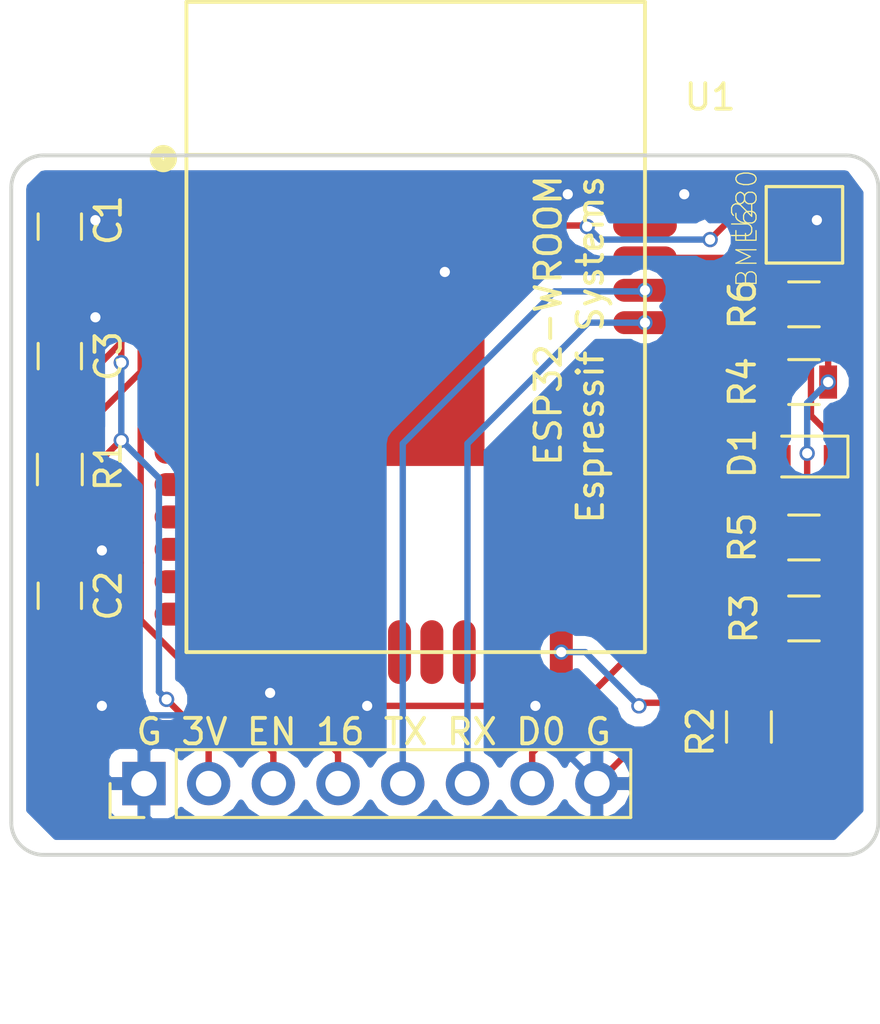
<source format=kicad_pcb>
(kicad_pcb (version 4) (host pcbnew 4.0.7)

  (general
    (links 36)
    (no_connects 0)
    (area 101.524999 83.226 137.295953 121.079619)
    (thickness 1.6)
    (drawings 8)
    (tracks 169)
    (zones 0)
    (modules 13)
    (nets 40)
  )

  (page A4)
  (layers
    (0 F.Cu signal)
    (31 B.Cu signal)
    (32 B.Adhes user hide)
    (33 F.Adhes user hide)
    (34 B.Paste user hide)
    (35 F.Paste user hide)
    (36 B.SilkS user)
    (37 F.SilkS user)
    (38 B.Mask user hide)
    (39 F.Mask user hide)
    (40 Dwgs.User user hide)
    (41 Cmts.User user hide)
    (42 Eco1.User user)
    (43 Eco2.User user hide)
    (44 Edge.Cuts user)
    (45 Margin user hide)
    (46 B.CrtYd user hide)
    (47 F.CrtYd user)
    (48 B.Fab user hide)
    (49 F.Fab user hide)
  )

  (setup
    (last_trace_width 0.25)
    (trace_clearance 0.2)
    (zone_clearance 0.508)
    (zone_45_only no)
    (trace_min 0.2)
    (segment_width 0.2)
    (edge_width 0.15)
    (via_size 0.6)
    (via_drill 0.4)
    (via_min_size 0.4)
    (via_min_drill 0.3)
    (uvia_size 0.3)
    (uvia_drill 0.1)
    (uvias_allowed no)
    (uvia_min_size 0.2)
    (uvia_min_drill 0.1)
    (pcb_text_width 0.3)
    (pcb_text_size 1.5 1.5)
    (mod_edge_width 0.15)
    (mod_text_size 1 1)
    (mod_text_width 0.15)
    (pad_size 1.524 1.524)
    (pad_drill 0.762)
    (pad_to_mask_clearance 0.2)
    (aux_axis_origin 0 0)
    (visible_elements FFFEEF7F)
    (pcbplotparams
      (layerselection 0x010fc_80000001)
      (usegerberextensions true)
      (excludeedgelayer true)
      (linewidth 0.100000)
      (plotframeref false)
      (viasonmask false)
      (mode 1)
      (useauxorigin false)
      (hpglpennumber 1)
      (hpglpenspeed 20)
      (hpglpendiameter 15)
      (hpglpenoverlay 2)
      (psnegative false)
      (psa4output false)
      (plotreference true)
      (plotvalue true)
      (plotinvisibletext false)
      (padsonsilk false)
      (subtractmaskfromsilk false)
      (outputformat 1)
      (mirror false)
      (drillshape 0)
      (scaleselection 1)
      (outputdirectory ""))
  )

  (net 0 "")
  (net 1 GND)
  (net 2 EN)
  (net 3 CSB)
  (net 4 "Net-(D1-Pad2)")
  (net 5 "Net-(R2-Pad2)")
  (net 6 "Net-(U1-Pad37)")
  (net 7 SCK)
  (net 8 SDI)
  (net 9 "Net-(U1-Pad32)")
  (net 10 "Net-(U1-Pad31)")
  (net 11 "Net-(U1-Pad30)")
  (net 12 "Net-(U1-Pad29)")
  (net 13 "Net-(U1-Pad28)")
  (net 14 "Net-(U1-Pad27)")
  (net 15 "Net-(U1-Pad26)")
  (net 16 "Net-(U1-Pad23)")
  (net 17 "Net-(U1-Pad22)")
  (net 18 "Net-(U1-Pad21)")
  (net 19 "Net-(U1-Pad20)")
  (net 20 "Net-(U1-Pad19)")
  (net 21 "Net-(U1-Pad18)")
  (net 22 "Net-(U1-Pad17)")
  (net 23 "Net-(U1-Pad14)")
  (net 24 "Net-(U1-Pad13)")
  (net 25 "Net-(U1-Pad12)")
  (net 26 "Net-(U1-Pad11)")
  (net 27 "Net-(U1-Pad10)")
  (net 28 "Net-(U1-Pad9)")
  (net 29 "Net-(U1-Pad8)")
  (net 30 "Net-(U1-Pad7)")
  (net 31 "Net-(U1-Pad6)")
  (net 32 "Net-(U1-Pad5)")
  (net 33 "Net-(U1-Pad4)")
  (net 34 "Net-(U2-Pad5)")
  (net 35 16)
  (net 36 RX)
  (net 37 TX)
  (net 38 D0)
  (net 39 +3V3)

  (net_class Default "This is the default net class."
    (clearance 0.2)
    (trace_width 0.25)
    (via_dia 0.6)
    (via_drill 0.4)
    (uvia_dia 0.3)
    (uvia_drill 0.1)
    (add_net +3V3)
    (add_net 16)
    (add_net CSB)
    (add_net D0)
    (add_net EN)
    (add_net GND)
    (add_net "Net-(D1-Pad2)")
    (add_net "Net-(R2-Pad2)")
    (add_net "Net-(U1-Pad10)")
    (add_net "Net-(U1-Pad11)")
    (add_net "Net-(U1-Pad12)")
    (add_net "Net-(U1-Pad13)")
    (add_net "Net-(U1-Pad14)")
    (add_net "Net-(U1-Pad17)")
    (add_net "Net-(U1-Pad18)")
    (add_net "Net-(U1-Pad19)")
    (add_net "Net-(U1-Pad20)")
    (add_net "Net-(U1-Pad21)")
    (add_net "Net-(U1-Pad22)")
    (add_net "Net-(U1-Pad23)")
    (add_net "Net-(U1-Pad26)")
    (add_net "Net-(U1-Pad27)")
    (add_net "Net-(U1-Pad28)")
    (add_net "Net-(U1-Pad29)")
    (add_net "Net-(U1-Pad30)")
    (add_net "Net-(U1-Pad31)")
    (add_net "Net-(U1-Pad32)")
    (add_net "Net-(U1-Pad37)")
    (add_net "Net-(U1-Pad4)")
    (add_net "Net-(U1-Pad5)")
    (add_net "Net-(U1-Pad6)")
    (add_net "Net-(U1-Pad7)")
    (add_net "Net-(U1-Pad8)")
    (add_net "Net-(U1-Pad9)")
    (add_net "Net-(U2-Pad5)")
    (add_net RX)
    (add_net SCK)
    (add_net SDI)
    (add_net TX)
  )

  (module BME680:BME680 (layer F.Cu) (tedit 5A8C5D1F) (tstamp 5A727082)
    (at 131.234 92.918 270)
    (path /5A70B922)
    (attr smd)
    (fp_text reference U2 (at 1.316 0.932 270) (layer F.SilkS)
      (effects (font (size 0.789947 0.789947) (thickness 0.05)))
    )
    (fp_text value BME680 (at 1.651 0.762 270) (layer F.SilkS)
      (effects (font (size 0.789845 0.789845) (thickness 0.05)))
    )
    (fp_line (start 0 -3) (end 0 0) (layer F.SilkS) (width 0.127))
    (fp_line (start 0 0) (end 3 0) (layer F.SilkS) (width 0.127))
    (fp_line (start 3 0) (end 3 -3) (layer F.SilkS) (width 0.127))
    (fp_line (start 3 -3) (end 0 -3) (layer F.SilkS) (width 0.127))
    (fp_circle (center 0.988 -0.508) (end 1.088 -0.508) (layer Dwgs.User) (width 0))
    (pad 1 smd rect (at 2.7 -2.7 270) (size 0.4 0.4) (layers F.Cu F.Paste F.Mask)
      (net 1 GND))
    (pad 2 smd rect (at 2.7 -1.9 270) (size 0.4 0.4) (layers F.Cu F.Paste F.Mask)
      (net 3 CSB))
    (pad 3 smd rect (at 2.7 -1.1 270) (size 0.4 0.4) (layers F.Cu F.Paste F.Mask)
      (net 8 SDI))
    (pad 4 smd rect (at 2.7 -0.3 270) (size 0.4 0.4) (layers F.Cu F.Paste F.Mask)
      (net 7 SCK))
    (pad 5 smd rect (at 0.3 -0.3 270) (size 0.4 0.4) (layers F.Cu F.Paste F.Mask)
      (net 34 "Net-(U2-Pad5)"))
    (pad 6 smd rect (at 0.3 -1.1 270) (size 0.4 0.4) (layers F.Cu F.Paste F.Mask)
      (net 39 +3V3))
    (pad 7 smd rect (at 0.3 -1.9 270) (size 0.4 0.4) (layers F.Cu F.Paste F.Mask)
      (net 1 GND))
    (pad 8 smd rect (at 0.3 -2.7 270) (size 0.4 0.4) (layers F.Cu F.Paste F.Mask)
      (net 39 +3V3))
  )

  (module Resistors_SMD:R_0805 (layer F.Cu) (tedit 58E0A804) (tstamp 5A72704B)
    (at 132.715 100.584 180)
    (descr "Resistor SMD 0805, reflow soldering, Vishay (see dcrcw.pdf)")
    (tags "resistor 0805")
    (path /5A71EEFD)
    (attr smd)
    (fp_text reference R4 (at 2.413 0 270) (layer F.SilkS)
      (effects (font (size 1 1) (thickness 0.15)))
    )
    (fp_text value 10K (at 0 1.75 180) (layer F.Fab)
      (effects (font (size 1 1) (thickness 0.15)))
    )
    (fp_text user %R (at 0 0 180) (layer F.Fab)
      (effects (font (size 0.5 0.5) (thickness 0.075)))
    )
    (fp_line (start -1 0.62) (end -1 -0.62) (layer F.Fab) (width 0.1))
    (fp_line (start 1 0.62) (end -1 0.62) (layer F.Fab) (width 0.1))
    (fp_line (start 1 -0.62) (end 1 0.62) (layer F.Fab) (width 0.1))
    (fp_line (start -1 -0.62) (end 1 -0.62) (layer F.Fab) (width 0.1))
    (fp_line (start 0.6 0.88) (end -0.6 0.88) (layer F.SilkS) (width 0.12))
    (fp_line (start -0.6 -0.88) (end 0.6 -0.88) (layer F.SilkS) (width 0.12))
    (fp_line (start -1.55 -0.9) (end 1.55 -0.9) (layer F.CrtYd) (width 0.05))
    (fp_line (start -1.55 -0.9) (end -1.55 0.9) (layer F.CrtYd) (width 0.05))
    (fp_line (start 1.55 0.9) (end 1.55 -0.9) (layer F.CrtYd) (width 0.05))
    (fp_line (start 1.55 0.9) (end -1.55 0.9) (layer F.CrtYd) (width 0.05))
    (pad 1 smd rect (at -0.95 0 180) (size 0.7 1.3) (layers F.Cu F.Paste F.Mask)
      (net 39 +3V3))
    (pad 2 smd rect (at 0.95 0 180) (size 0.7 1.3) (layers F.Cu F.Paste F.Mask)
      (net 8 SDI))
    (model ${KISYS3DMOD}/Resistors_SMD.3dshapes/R_0805.wrl
      (at (xyz 0 0 0))
      (scale (xyz 1 1 1))
      (rotate (xyz 0 0 0))
    )
  )

  (module Diodes_SMD:D_0805 (layer F.Cu) (tedit 590CE9A4) (tstamp 5A727033)
    (at 132.842 103.505 180)
    (descr "Diode SMD in 0805 package http://datasheets.avx.com/schottky.pdf")
    (tags "smd diode")
    (path /5A71F01F)
    (attr smd)
    (fp_text reference D1 (at 2.54 0.127 270) (layer F.SilkS)
      (effects (font (size 1 1) (thickness 0.15)))
    )
    (fp_text value 1N4148 (at 0 1.7 180) (layer F.Fab)
      (effects (font (size 1 1) (thickness 0.15)))
    )
    (fp_text user %R (at 0 -1.6 180) (layer F.Fab)
      (effects (font (size 1 1) (thickness 0.15)))
    )
    (fp_line (start -1.6 -0.8) (end -1.6 0.8) (layer F.SilkS) (width 0.12))
    (fp_line (start -1.7 0.88) (end -1.7 -0.88) (layer F.CrtYd) (width 0.05))
    (fp_line (start 1.7 0.88) (end -1.7 0.88) (layer F.CrtYd) (width 0.05))
    (fp_line (start 1.7 -0.88) (end 1.7 0.88) (layer F.CrtYd) (width 0.05))
    (fp_line (start -1.7 -0.88) (end 1.7 -0.88) (layer F.CrtYd) (width 0.05))
    (fp_line (start 0.2 0) (end 0.4 0) (layer F.Fab) (width 0.1))
    (fp_line (start -0.1 0) (end -0.3 0) (layer F.Fab) (width 0.1))
    (fp_line (start -0.1 -0.2) (end -0.1 0.2) (layer F.Fab) (width 0.1))
    (fp_line (start 0.2 0.2) (end 0.2 -0.2) (layer F.Fab) (width 0.1))
    (fp_line (start -0.1 0) (end 0.2 0.2) (layer F.Fab) (width 0.1))
    (fp_line (start 0.2 -0.2) (end -0.1 0) (layer F.Fab) (width 0.1))
    (fp_line (start -1 0.65) (end -1 -0.65) (layer F.Fab) (width 0.1))
    (fp_line (start 1 0.65) (end -1 0.65) (layer F.Fab) (width 0.1))
    (fp_line (start 1 -0.65) (end 1 0.65) (layer F.Fab) (width 0.1))
    (fp_line (start -1 -0.65) (end 1 -0.65) (layer F.Fab) (width 0.1))
    (fp_line (start -1.6 0.8) (end 1 0.8) (layer F.SilkS) (width 0.12))
    (fp_line (start -1.6 -0.8) (end 1 -0.8) (layer F.SilkS) (width 0.12))
    (pad 1 smd rect (at -1.05 0 180) (size 0.8 0.9) (layers F.Cu F.Paste F.Mask)
      (net 3 CSB))
    (pad 2 smd rect (at 1.05 0 180) (size 0.8 0.9) (layers F.Cu F.Paste F.Mask)
      (net 4 "Net-(D1-Pad2)"))
    (model ${KISYS3DMOD}/Diodes_SMD.3dshapes/D_0805.wrl
      (at (xyz 0 0 0))
      (scale (xyz 1 1 1))
      (rotate (xyz 0 0 0))
    )
  )

  (module Resistors_SMD:R_0805 (layer F.Cu) (tedit 58E0A804) (tstamp 5A727045)
    (at 132.715 109.855 180)
    (descr "Resistor SMD 0805, reflow soldering, Vishay (see dcrcw.pdf)")
    (tags "resistor 0805")
    (path /5A70B6B4)
    (attr smd)
    (fp_text reference R3 (at 2.352 0 270) (layer F.SilkS)
      (effects (font (size 1 1) (thickness 0.15)))
    )
    (fp_text value "5K(1%)(NC)" (at 0 1.75 180) (layer F.Fab)
      (effects (font (size 1 1) (thickness 0.15)))
    )
    (fp_text user %R (at 0 0 180) (layer F.Fab)
      (effects (font (size 0.5 0.5) (thickness 0.075)))
    )
    (fp_line (start -1 0.62) (end -1 -0.62) (layer F.Fab) (width 0.1))
    (fp_line (start 1 0.62) (end -1 0.62) (layer F.Fab) (width 0.1))
    (fp_line (start 1 -0.62) (end 1 0.62) (layer F.Fab) (width 0.1))
    (fp_line (start -1 -0.62) (end 1 -0.62) (layer F.Fab) (width 0.1))
    (fp_line (start 0.6 0.88) (end -0.6 0.88) (layer F.SilkS) (width 0.12))
    (fp_line (start -0.6 -0.88) (end 0.6 -0.88) (layer F.SilkS) (width 0.12))
    (fp_line (start -1.55 -0.9) (end 1.55 -0.9) (layer F.CrtYd) (width 0.05))
    (fp_line (start -1.55 -0.9) (end -1.55 0.9) (layer F.CrtYd) (width 0.05))
    (fp_line (start 1.55 0.9) (end 1.55 -0.9) (layer F.CrtYd) (width 0.05))
    (fp_line (start 1.55 0.9) (end -1.55 0.9) (layer F.CrtYd) (width 0.05))
    (pad 1 smd rect (at -0.95 0 180) (size 0.7 1.3) (layers F.Cu F.Paste F.Mask)
      (net 39 +3V3))
    (pad 2 smd rect (at 0.95 0 180) (size 0.7 1.3) (layers F.Cu F.Paste F.Mask)
      (net 38 D0))
    (model ${KISYS3DMOD}/Resistors_SMD.3dshapes/R_0805.wrl
      (at (xyz 0 0 0))
      (scale (xyz 1 1 1))
      (rotate (xyz 0 0 0))
    )
  )

  (module Resistors_SMD:R_0805 (layer F.Cu) (tedit 58E0A804) (tstamp 5A72703F)
    (at 130.556 114.112 90)
    (descr "Resistor SMD 0805, reflow soldering, Vishay (see dcrcw.pdf)")
    (tags "resistor 0805")
    (path /5A70B60D)
    (attr smd)
    (fp_text reference R2 (at -0.188 -1.905 90) (layer F.SilkS)
      (effects (font (size 1 1) (thickness 0.15)))
    )
    (fp_text value "5K(1%)(NC)" (at 0 1.75 90) (layer F.Fab)
      (effects (font (size 1 1) (thickness 0.15)))
    )
    (fp_text user %R (at 0 0 90) (layer F.Fab)
      (effects (font (size 0.5 0.5) (thickness 0.075)))
    )
    (fp_line (start -1 0.62) (end -1 -0.62) (layer F.Fab) (width 0.1))
    (fp_line (start 1 0.62) (end -1 0.62) (layer F.Fab) (width 0.1))
    (fp_line (start 1 -0.62) (end 1 0.62) (layer F.Fab) (width 0.1))
    (fp_line (start -1 -0.62) (end 1 -0.62) (layer F.Fab) (width 0.1))
    (fp_line (start 0.6 0.88) (end -0.6 0.88) (layer F.SilkS) (width 0.12))
    (fp_line (start -0.6 -0.88) (end 0.6 -0.88) (layer F.SilkS) (width 0.12))
    (fp_line (start -1.55 -0.9) (end 1.55 -0.9) (layer F.CrtYd) (width 0.05))
    (fp_line (start -1.55 -0.9) (end -1.55 0.9) (layer F.CrtYd) (width 0.05))
    (fp_line (start 1.55 0.9) (end 1.55 -0.9) (layer F.CrtYd) (width 0.05))
    (fp_line (start 1.55 0.9) (end -1.55 0.9) (layer F.CrtYd) (width 0.05))
    (pad 1 smd rect (at -0.95 0 90) (size 0.7 1.3) (layers F.Cu F.Paste F.Mask)
      (net 1 GND))
    (pad 2 smd rect (at 0.95 0 90) (size 0.7 1.3) (layers F.Cu F.Paste F.Mask)
      (net 5 "Net-(R2-Pad2)"))
    (model ${KISYS3DMOD}/Resistors_SMD.3dshapes/R_0805.wrl
      (at (xyz 0 0 0))
      (scale (xyz 1 1 1))
      (rotate (xyz 0 0 0))
    )
  )

  (module ESP32-footprints-Lib:ESP32-WROOM (layer F.Cu) (tedit 57D08EA8) (tstamp 5A727076)
    (at 117.475 98.425 180)
    (path /5A70B3B2)
    (fp_text reference U1 (at -11.557 9.017 180) (layer F.SilkS)
      (effects (font (size 1 1) (thickness 0.15)))
    )
    (fp_text value ESP32-WROOM (at 5.715 14.224 180) (layer F.Fab)
      (effects (font (size 1 1) (thickness 0.15)))
    )
    (fp_text user "Espressif Systems" (at -6.858 -0.889 270) (layer F.SilkS)
      (effects (font (size 1 1) (thickness 0.15)))
    )
    (fp_circle (center 9.906 6.604) (end 10.033 6.858) (layer F.SilkS) (width 0.5))
    (fp_text user ESP32-WROOM (at -5.207 0.254 270) (layer F.SilkS)
      (effects (font (size 1 1) (thickness 0.15)))
    )
    (fp_line (start -9 6.75) (end 9 6.75) (layer F.SilkS) (width 0.15))
    (fp_line (start 9 12.75) (end 9 -12.75) (layer F.SilkS) (width 0.15))
    (fp_line (start -9 12.75) (end -9 -12.75) (layer F.SilkS) (width 0.15))
    (fp_line (start -9 -12.75) (end 9 -12.75) (layer F.SilkS) (width 0.15))
    (fp_line (start -9 12.75) (end 9 12.75) (layer F.SilkS) (width 0.15))
    (pad 38 smd oval (at -9 5.25 180) (size 2.5 0.9) (layers F.Cu F.Paste F.Mask)
      (net 1 GND))
    (pad 37 smd oval (at -9 3.98 180) (size 2.5 0.9) (layers F.Cu F.Paste F.Mask)
      (net 6 "Net-(U1-Pad37)"))
    (pad 36 smd oval (at -9 2.71 180) (size 2.5 0.9) (layers F.Cu F.Paste F.Mask)
      (net 7 SCK))
    (pad 35 smd oval (at -9 1.44 180) (size 2.5 0.9) (layers F.Cu F.Paste F.Mask)
      (net 37 TX))
    (pad 34 smd oval (at -9 0.17 180) (size 2.5 0.9) (layers F.Cu F.Paste F.Mask)
      (net 36 RX))
    (pad 33 smd oval (at -9 -1.1 180) (size 2.5 0.9) (layers F.Cu F.Paste F.Mask)
      (net 8 SDI))
    (pad 32 smd oval (at -9 -2.37 180) (size 2.5 0.9) (layers F.Cu F.Paste F.Mask)
      (net 9 "Net-(U1-Pad32)"))
    (pad 31 smd oval (at -9 -3.64 180) (size 2.5 0.9) (layers F.Cu F.Paste F.Mask)
      (net 10 "Net-(U1-Pad31)"))
    (pad 30 smd oval (at -9 -4.91 180) (size 2.5 0.9) (layers F.Cu F.Paste F.Mask)
      (net 11 "Net-(U1-Pad30)"))
    (pad 29 smd oval (at -9 -6.18 180) (size 2.5 0.9) (layers F.Cu F.Paste F.Mask)
      (net 12 "Net-(U1-Pad29)"))
    (pad 28 smd oval (at -9 -7.45 180) (size 2.5 0.9) (layers F.Cu F.Paste F.Mask)
      (net 13 "Net-(U1-Pad28)"))
    (pad 27 smd oval (at -9 -8.72 180) (size 2.5 0.9) (layers F.Cu F.Paste F.Mask)
      (net 14 "Net-(U1-Pad27)"))
    (pad 26 smd oval (at -9 -9.99 180) (size 2.5 0.9) (layers F.Cu F.Paste F.Mask)
      (net 15 "Net-(U1-Pad26)"))
    (pad 25 smd oval (at -9 -11.26 180) (size 2.5 0.9) (layers F.Cu F.Paste F.Mask)
      (net 38 D0))
    (pad 24 smd oval (at -5.715 -12.75 180) (size 0.9 2.5) (layers F.Cu F.Paste F.Mask)
      (net 5 "Net-(R2-Pad2)"))
    (pad 23 smd oval (at -4.445 -12.75 180) (size 0.9 2.5) (layers F.Cu F.Paste F.Mask)
      (net 16 "Net-(U1-Pad23)"))
    (pad 22 smd oval (at -3.175 -12.75 180) (size 0.9 2.5) (layers F.Cu F.Paste F.Mask)
      (net 17 "Net-(U1-Pad22)"))
    (pad 21 smd oval (at -1.905 -12.75 180) (size 0.9 2.5) (layers F.Cu F.Paste F.Mask)
      (net 18 "Net-(U1-Pad21)"))
    (pad 20 smd oval (at -0.635 -12.75 180) (size 0.9 2.5) (layers F.Cu F.Paste F.Mask)
      (net 19 "Net-(U1-Pad20)"))
    (pad 19 smd oval (at 0.635 -12.75 180) (size 0.9 2.5) (layers F.Cu F.Paste F.Mask)
      (net 20 "Net-(U1-Pad19)"))
    (pad 18 smd oval (at 1.905 -12.75 180) (size 0.9 2.5) (layers F.Cu F.Paste F.Mask)
      (net 21 "Net-(U1-Pad18)"))
    (pad 17 smd oval (at 3.175 -12.75 180) (size 0.9 2.5) (layers F.Cu F.Paste F.Mask)
      (net 22 "Net-(U1-Pad17)"))
    (pad 16 smd oval (at 4.445 -12.75 180) (size 0.9 2.5) (layers F.Cu F.Paste F.Mask)
      (net 35 16))
    (pad 15 smd oval (at 5.715 -12.75 180) (size 0.9 2.5) (layers F.Cu F.Paste F.Mask)
      (net 1 GND))
    (pad 14 smd oval (at 9 -11.26 180) (size 2.5 0.9) (layers F.Cu F.Paste F.Mask)
      (net 23 "Net-(U1-Pad14)"))
    (pad 13 smd oval (at 9 -9.99 180) (size 2.5 0.9) (layers F.Cu F.Paste F.Mask)
      (net 24 "Net-(U1-Pad13)"))
    (pad 12 smd oval (at 9 -8.72 180) (size 2.5 0.9) (layers F.Cu F.Paste F.Mask)
      (net 25 "Net-(U1-Pad12)"))
    (pad 11 smd oval (at 9 -7.45 180) (size 2.5 0.9) (layers F.Cu F.Paste F.Mask)
      (net 26 "Net-(U1-Pad11)"))
    (pad 10 smd oval (at 9 -6.18 180) (size 2.5 0.9) (layers F.Cu F.Paste F.Mask)
      (net 27 "Net-(U1-Pad10)"))
    (pad 9 smd oval (at 9 -4.91 180) (size 2.5 0.9) (layers F.Cu F.Paste F.Mask)
      (net 28 "Net-(U1-Pad9)"))
    (pad 8 smd oval (at 9 -3.64 180) (size 2.5 0.9) (layers F.Cu F.Paste F.Mask)
      (net 29 "Net-(U1-Pad8)"))
    (pad 7 smd oval (at 9 -2.37 180) (size 2.5 0.9) (layers F.Cu F.Paste F.Mask)
      (net 30 "Net-(U1-Pad7)"))
    (pad 6 smd oval (at 9 -1.1 180) (size 2.5 0.9) (layers F.Cu F.Paste F.Mask)
      (net 31 "Net-(U1-Pad6)"))
    (pad 5 smd oval (at 9 0.17 180) (size 2.5 0.9) (layers F.Cu F.Paste F.Mask)
      (net 32 "Net-(U1-Pad5)"))
    (pad 4 smd oval (at 9 1.44 180) (size 2.5 0.9) (layers F.Cu F.Paste F.Mask)
      (net 33 "Net-(U1-Pad4)"))
    (pad 3 smd oval (at 9 2.71 180) (size 2.5 0.9) (layers F.Cu F.Paste F.Mask)
      (net 2 EN))
    (pad 2 smd oval (at 9 3.98 180) (size 2.5 0.9) (layers F.Cu F.Paste F.Mask)
      (net 39 +3V3))
    (pad 1 smd oval (at 9 5.25 180) (size 2.5 0.9) (layers F.Cu F.Paste F.Mask)
      (net 1 GND))
    (pad 39 smd rect (at 0.3 -2.45 180) (size 6 6) (layers F.Cu F.Paste F.Mask)
      (net 1 GND))
  )

  (module Resistors_SMD:R_0805 (layer F.Cu) (tedit 58E0A804) (tstamp 5A727039)
    (at 103.505 104.013 90)
    (descr "Resistor SMD 0805, reflow soldering, Vishay (see dcrcw.pdf)")
    (tags "resistor 0805")
    (path /5A70B598)
    (attr smd)
    (fp_text reference R1 (at 0.127 1.905 270) (layer F.SilkS)
      (effects (font (size 1 1) (thickness 0.15)))
    )
    (fp_text value "12K(1%)" (at 0 1.75 90) (layer F.Fab)
      (effects (font (size 1 1) (thickness 0.15)))
    )
    (fp_text user %R (at 0 0 90) (layer F.Fab)
      (effects (font (size 0.5 0.5) (thickness 0.075)))
    )
    (fp_line (start -1 0.62) (end -1 -0.62) (layer F.Fab) (width 0.1))
    (fp_line (start 1 0.62) (end -1 0.62) (layer F.Fab) (width 0.1))
    (fp_line (start 1 -0.62) (end 1 0.62) (layer F.Fab) (width 0.1))
    (fp_line (start -1 -0.62) (end 1 -0.62) (layer F.Fab) (width 0.1))
    (fp_line (start 0.6 0.88) (end -0.6 0.88) (layer F.SilkS) (width 0.12))
    (fp_line (start -0.6 -0.88) (end 0.6 -0.88) (layer F.SilkS) (width 0.12))
    (fp_line (start -1.55 -0.9) (end 1.55 -0.9) (layer F.CrtYd) (width 0.05))
    (fp_line (start -1.55 -0.9) (end -1.55 0.9) (layer F.CrtYd) (width 0.05))
    (fp_line (start 1.55 0.9) (end 1.55 -0.9) (layer F.CrtYd) (width 0.05))
    (fp_line (start 1.55 0.9) (end -1.55 0.9) (layer F.CrtYd) (width 0.05))
    (pad 1 smd rect (at -0.95 0 90) (size 0.7 1.3) (layers F.Cu F.Paste F.Mask)
      (net 39 +3V3))
    (pad 2 smd rect (at 0.95 0 90) (size 0.7 1.3) (layers F.Cu F.Paste F.Mask)
      (net 2 EN))
    (model ${KISYS3DMOD}/Resistors_SMD.3dshapes/R_0805.wrl
      (at (xyz 0 0 0))
      (scale (xyz 1 1 1))
      (rotate (xyz 0 0 0))
    )
  )

  (module Capacitors_SMD:C_0805 (layer F.Cu) (tedit 58AA8463) (tstamp 5A72701B)
    (at 103.505 108.966 90)
    (descr "Capacitor SMD 0805, reflow soldering, AVX (see smccp.pdf)")
    (tags "capacitor 0805")
    (path /5A70B534)
    (attr smd)
    (fp_text reference C2 (at 0 1.905 270) (layer F.SilkS)
      (effects (font (size 1 1) (thickness 0.15)))
    )
    (fp_text value "1nF/50V(10%)" (at 0 1.75 90) (layer F.Fab)
      (effects (font (size 1 1) (thickness 0.15)))
    )
    (fp_text user %R (at 0 -1.5 90) (layer F.Fab)
      (effects (font (size 1 1) (thickness 0.15)))
    )
    (fp_line (start -1 0.62) (end -1 -0.62) (layer F.Fab) (width 0.1))
    (fp_line (start 1 0.62) (end -1 0.62) (layer F.Fab) (width 0.1))
    (fp_line (start 1 -0.62) (end 1 0.62) (layer F.Fab) (width 0.1))
    (fp_line (start -1 -0.62) (end 1 -0.62) (layer F.Fab) (width 0.1))
    (fp_line (start 0.5 -0.85) (end -0.5 -0.85) (layer F.SilkS) (width 0.12))
    (fp_line (start -0.5 0.85) (end 0.5 0.85) (layer F.SilkS) (width 0.12))
    (fp_line (start -1.75 -0.88) (end 1.75 -0.88) (layer F.CrtYd) (width 0.05))
    (fp_line (start -1.75 -0.88) (end -1.75 0.87) (layer F.CrtYd) (width 0.05))
    (fp_line (start 1.75 0.87) (end 1.75 -0.88) (layer F.CrtYd) (width 0.05))
    (fp_line (start 1.75 0.87) (end -1.75 0.87) (layer F.CrtYd) (width 0.05))
    (pad 1 smd rect (at -1 0 90) (size 1 1.25) (layers F.Cu F.Paste F.Mask)
      (net 2 EN))
    (pad 2 smd rect (at 1 0 90) (size 1 1.25) (layers F.Cu F.Paste F.Mask)
      (net 1 GND))
    (model Capacitors_SMD.3dshapes/C_0805.wrl
      (at (xyz 0 0 0))
      (scale (xyz 1 1 1))
      (rotate (xyz 0 0 0))
    )
  )

  (module Socket_Strips:Socket_Strip_Straight_1x08_Pitch2.54mm (layer F.Cu) (tedit 5A8DB457) (tstamp 5A7284A1)
    (at 106.807 116.332 90)
    (descr "Through hole straight socket strip, 1x08, 2.54mm pitch, single row")
    (tags "Through hole socket strip THT 1x08 2.54mm single row")
    (path /5A7282FE)
    (fp_text reference "G 3V EN 16 TX RX D0 G" (at 2.032 9.017 180) (layer F.SilkS)
      (effects (font (size 1 1) (thickness 0.15)))
    )
    (fp_text value Conn_01x08 (at 0 20.11 90) (layer F.Fab)
      (effects (font (size 1 1) (thickness 0.15)))
    )
    (fp_line (start -1.27 -1.27) (end -1.27 19.05) (layer F.Fab) (width 0.1))
    (fp_line (start -1.27 19.05) (end 1.27 19.05) (layer F.Fab) (width 0.1))
    (fp_line (start 1.27 19.05) (end 1.27 -1.27) (layer F.Fab) (width 0.1))
    (fp_line (start 1.27 -1.27) (end -1.27 -1.27) (layer F.Fab) (width 0.1))
    (fp_line (start -1.33 1.27) (end -1.33 19.11) (layer F.SilkS) (width 0.12))
    (fp_line (start -1.33 19.11) (end 1.33 19.11) (layer F.SilkS) (width 0.12))
    (fp_line (start 1.33 19.11) (end 1.33 1.27) (layer F.SilkS) (width 0.12))
    (fp_line (start 1.33 1.27) (end -1.33 1.27) (layer F.SilkS) (width 0.12))
    (fp_line (start -1.33 0) (end -1.33 -1.33) (layer F.SilkS) (width 0.12))
    (fp_line (start -1.33 -1.33) (end 0 -1.33) (layer F.SilkS) (width 0.12))
    (fp_line (start -1.8 -1.8) (end -1.8 19.55) (layer F.CrtYd) (width 0.05))
    (fp_line (start -1.8 19.55) (end 1.8 19.55) (layer F.CrtYd) (width 0.05))
    (fp_line (start 1.8 19.55) (end 1.8 -1.8) (layer F.CrtYd) (width 0.05))
    (fp_line (start 1.8 -1.8) (end -1.8 -1.8) (layer F.CrtYd) (width 0.05))
    (fp_text user %R (at 0 -2.33 90) (layer F.Fab)
      (effects (font (size 1 1) (thickness 0.15)))
    )
    (pad 1 thru_hole rect (at 0 0 90) (size 1.7 1.7) (drill 1) (layers *.Cu *.Mask)
      (net 1 GND))
    (pad 2 thru_hole oval (at 0 2.54 90) (size 1.7 1.7) (drill 1) (layers *.Cu *.Mask)
      (net 39 +3V3))
    (pad 3 thru_hole oval (at 0 5.08 90) (size 1.7 1.7) (drill 1) (layers *.Cu *.Mask)
      (net 2 EN))
    (pad 4 thru_hole oval (at 0 7.62 90) (size 1.7 1.7) (drill 1) (layers *.Cu *.Mask)
      (net 35 16))
    (pad 5 thru_hole oval (at 0 10.16 90) (size 1.7 1.7) (drill 1) (layers *.Cu *.Mask)
      (net 37 TX))
    (pad 6 thru_hole oval (at 0 12.7 90) (size 1.7 1.7) (drill 1) (layers *.Cu *.Mask)
      (net 36 RX))
    (pad 7 thru_hole oval (at 0 15.24 90) (size 1.7 1.7) (drill 1) (layers *.Cu *.Mask)
      (net 38 D0))
    (pad 8 thru_hole oval (at 0 17.78 90) (size 1.7 1.7) (drill 1) (layers *.Cu *.Mask)
      (net 1 GND))
    (model ${KISYS3DMOD}/Socket_Strips.3dshapes/Socket_Strip_Straight_1x08_Pitch2.54mm.wrl
      (at (xyz 0 -0.35 0))
      (scale (xyz 1 1 1))
      (rotate (xyz 0 0 270))
    )
  )

  (module Capacitors_SMD:C_0805 (layer F.Cu) (tedit 58AA8463) (tstamp 5A727015)
    (at 103.505 94.488 90)
    (descr "Capacitor SMD 0805, reflow soldering, AVX (see smccp.pdf)")
    (tags "capacitor 0805")
    (path /5A70B4CE)
    (attr smd)
    (fp_text reference C1 (at 0.254 1.905 90) (layer F.SilkS)
      (effects (font (size 1 1) (thickness 0.15)))
    )
    (fp_text value "100uF/6.3V(20%)" (at 0 1.75 90) (layer F.Fab)
      (effects (font (size 1 1) (thickness 0.15)))
    )
    (fp_text user %R (at 0 -1.5 90) (layer F.Fab)
      (effects (font (size 1 1) (thickness 0.15)))
    )
    (fp_line (start -1 0.62) (end -1 -0.62) (layer F.Fab) (width 0.1))
    (fp_line (start 1 0.62) (end -1 0.62) (layer F.Fab) (width 0.1))
    (fp_line (start 1 -0.62) (end 1 0.62) (layer F.Fab) (width 0.1))
    (fp_line (start -1 -0.62) (end 1 -0.62) (layer F.Fab) (width 0.1))
    (fp_line (start 0.5 -0.85) (end -0.5 -0.85) (layer F.SilkS) (width 0.12))
    (fp_line (start -0.5 0.85) (end 0.5 0.85) (layer F.SilkS) (width 0.12))
    (fp_line (start -1.75 -0.88) (end 1.75 -0.88) (layer F.CrtYd) (width 0.05))
    (fp_line (start -1.75 -0.88) (end -1.75 0.87) (layer F.CrtYd) (width 0.05))
    (fp_line (start 1.75 0.87) (end 1.75 -0.88) (layer F.CrtYd) (width 0.05))
    (fp_line (start 1.75 0.87) (end -1.75 0.87) (layer F.CrtYd) (width 0.05))
    (pad 1 smd rect (at -1 0 90) (size 1 1.25) (layers F.Cu F.Paste F.Mask)
      (net 39 +3V3))
    (pad 2 smd rect (at 1 0 90) (size 1 1.25) (layers F.Cu F.Paste F.Mask)
      (net 1 GND))
    (model Capacitors_SMD.3dshapes/C_0805.wrl
      (at (xyz 0 0 0))
      (scale (xyz 1 1 1))
      (rotate (xyz 0 0 0))
    )
  )

  (module Capacitors_SMD:C_0805 (layer F.Cu) (tedit 58AA8463) (tstamp 5A727021)
    (at 103.505 99.568 90)
    (descr "Capacitor SMD 0805, reflow soldering, AVX (see smccp.pdf)")
    (tags "capacitor 0805")
    (path /5A70B465)
    (attr smd)
    (fp_text reference C3 (at 0 1.905 270) (layer F.SilkS)
      (effects (font (size 1 1) (thickness 0.15)))
    )
    (fp_text value "1uF/10V(10%)" (at 0 1.75 90) (layer F.Fab)
      (effects (font (size 1 1) (thickness 0.15)))
    )
    (fp_text user %R (at 0 -1.5 90) (layer F.Fab)
      (effects (font (size 1 1) (thickness 0.15)))
    )
    (fp_line (start -1 0.62) (end -1 -0.62) (layer F.Fab) (width 0.1))
    (fp_line (start 1 0.62) (end -1 0.62) (layer F.Fab) (width 0.1))
    (fp_line (start 1 -0.62) (end 1 0.62) (layer F.Fab) (width 0.1))
    (fp_line (start -1 -0.62) (end 1 -0.62) (layer F.Fab) (width 0.1))
    (fp_line (start 0.5 -0.85) (end -0.5 -0.85) (layer F.SilkS) (width 0.12))
    (fp_line (start -0.5 0.85) (end 0.5 0.85) (layer F.SilkS) (width 0.12))
    (fp_line (start -1.75 -0.88) (end 1.75 -0.88) (layer F.CrtYd) (width 0.05))
    (fp_line (start -1.75 -0.88) (end -1.75 0.87) (layer F.CrtYd) (width 0.05))
    (fp_line (start 1.75 0.87) (end 1.75 -0.88) (layer F.CrtYd) (width 0.05))
    (fp_line (start 1.75 0.87) (end -1.75 0.87) (layer F.CrtYd) (width 0.05))
    (pad 1 smd rect (at -1 0 90) (size 1 1.25) (layers F.Cu F.Paste F.Mask)
      (net 39 +3V3))
    (pad 2 smd rect (at 1 0 90) (size 1 1.25) (layers F.Cu F.Paste F.Mask)
      (net 1 GND))
    (model Capacitors_SMD.3dshapes/C_0805.wrl
      (at (xyz 0 0 0))
      (scale (xyz 1 1 1))
      (rotate (xyz 0 0 0))
    )
  )

  (module Resistors_SMD:R_0805 (layer F.Cu) (tedit 58E0A804) (tstamp 5A737921)
    (at 132.715 106.68 180)
    (descr "Resistor SMD 0805, reflow soldering, Vishay (see dcrcw.pdf)")
    (tags "resistor 0805")
    (path /5A737B61)
    (attr smd)
    (fp_text reference R5 (at 2.413 0 270) (layer F.SilkS)
      (effects (font (size 1 1) (thickness 0.15)))
    )
    (fp_text value 10K (at 0 1.75 180) (layer F.Fab)
      (effects (font (size 1 1) (thickness 0.15)))
    )
    (fp_text user %R (at 0 0 180) (layer F.Fab)
      (effects (font (size 0.5 0.5) (thickness 0.075)))
    )
    (fp_line (start -1 0.62) (end -1 -0.62) (layer F.Fab) (width 0.1))
    (fp_line (start 1 0.62) (end -1 0.62) (layer F.Fab) (width 0.1))
    (fp_line (start 1 -0.62) (end 1 0.62) (layer F.Fab) (width 0.1))
    (fp_line (start -1 -0.62) (end 1 -0.62) (layer F.Fab) (width 0.1))
    (fp_line (start 0.6 0.88) (end -0.6 0.88) (layer F.SilkS) (width 0.12))
    (fp_line (start -0.6 -0.88) (end 0.6 -0.88) (layer F.SilkS) (width 0.12))
    (fp_line (start -1.55 -0.9) (end 1.55 -0.9) (layer F.CrtYd) (width 0.05))
    (fp_line (start -1.55 -0.9) (end -1.55 0.9) (layer F.CrtYd) (width 0.05))
    (fp_line (start 1.55 0.9) (end 1.55 -0.9) (layer F.CrtYd) (width 0.05))
    (fp_line (start 1.55 0.9) (end -1.55 0.9) (layer F.CrtYd) (width 0.05))
    (pad 1 smd rect (at -0.95 0 180) (size 0.7 1.3) (layers F.Cu F.Paste F.Mask)
      (net 39 +3V3))
    (pad 2 smd rect (at 0.95 0 180) (size 0.7 1.3) (layers F.Cu F.Paste F.Mask)
      (net 4 "Net-(D1-Pad2)"))
    (model ${KISYS3DMOD}/Resistors_SMD.3dshapes/R_0805.wrl
      (at (xyz 0 0 0))
      (scale (xyz 1 1 1))
      (rotate (xyz 0 0 0))
    )
  )

  (module Resistors_SMD:R_0805 (layer F.Cu) (tedit 58E0A804) (tstamp 5A737927)
    (at 132.715 97.536 180)
    (descr "Resistor SMD 0805, reflow soldering, Vishay (see dcrcw.pdf)")
    (tags "resistor 0805")
    (path /5A737BD3)
    (attr smd)
    (fp_text reference R6 (at 2.413 0 270) (layer F.SilkS)
      (effects (font (size 1 1) (thickness 0.15)))
    )
    (fp_text value 10K (at 0 1.75 180) (layer F.Fab)
      (effects (font (size 1 1) (thickness 0.15)))
    )
    (fp_text user %R (at 0 0 180) (layer F.Fab)
      (effects (font (size 0.5 0.5) (thickness 0.075)))
    )
    (fp_line (start -1 0.62) (end -1 -0.62) (layer F.Fab) (width 0.1))
    (fp_line (start 1 0.62) (end -1 0.62) (layer F.Fab) (width 0.1))
    (fp_line (start 1 -0.62) (end 1 0.62) (layer F.Fab) (width 0.1))
    (fp_line (start -1 -0.62) (end 1 -0.62) (layer F.Fab) (width 0.1))
    (fp_line (start 0.6 0.88) (end -0.6 0.88) (layer F.SilkS) (width 0.12))
    (fp_line (start -0.6 -0.88) (end 0.6 -0.88) (layer F.SilkS) (width 0.12))
    (fp_line (start -1.55 -0.9) (end 1.55 -0.9) (layer F.CrtYd) (width 0.05))
    (fp_line (start -1.55 -0.9) (end -1.55 0.9) (layer F.CrtYd) (width 0.05))
    (fp_line (start 1.55 0.9) (end 1.55 -0.9) (layer F.CrtYd) (width 0.05))
    (fp_line (start 1.55 0.9) (end -1.55 0.9) (layer F.CrtYd) (width 0.05))
    (pad 1 smd rect (at -0.95 0 180) (size 0.7 1.3) (layers F.Cu F.Paste F.Mask)
      (net 39 +3V3))
    (pad 2 smd rect (at 0.95 0 180) (size 0.7 1.3) (layers F.Cu F.Paste F.Mask)
      (net 7 SCK))
    (model ${KISYS3DMOD}/Resistors_SMD.3dshapes/R_0805.wrl
      (at (xyz 0 0 0))
      (scale (xyz 1 1 1))
      (rotate (xyz 0 0 0))
    )
  )

  (gr_arc (start 102.87 117.856) (end 102.87 119.126) (angle 90) (layer Edge.Cuts) (width 0.15))
  (gr_arc (start 134.366 117.856) (end 135.636 117.856) (angle 90) (layer Edge.Cuts) (width 0.15))
  (gr_arc (start 134.366 92.964) (end 134.366 91.694) (angle 90) (layer Edge.Cuts) (width 0.15))
  (gr_arc (start 102.87 92.964) (end 101.6 92.964) (angle 90) (layer Edge.Cuts) (width 0.15))
  (gr_line (start 101.6 117.856) (end 101.6 92.964) (layer Edge.Cuts) (width 0.15))
  (gr_line (start 134.366 119.126) (end 102.87 119.126) (layer Edge.Cuts) (width 0.15))
  (gr_line (start 135.636 92.964) (end 135.636 117.856) (layer Edge.Cuts) (width 0.15))
  (gr_line (start 102.87 91.694) (end 134.366 91.694) (layer Edge.Cuts) (width 0.15))

  (segment (start 133.223 94.234) (end 133.934 94.945) (width 0.25) (layer F.Cu) (net 1))
  (segment (start 133.934 94.945) (end 133.934 95.618) (width 0.25) (layer F.Cu) (net 1))
  (segment (start 133.134 93.218) (end 133.134 94.145) (width 0.25) (layer F.Cu) (net 1))
  (segment (start 133.134 94.145) (end 133.223 94.234) (width 0.25) (layer F.Cu) (net 1))
  (via (at 133.223 94.234) (size 0.6) (drill 0.4) (layers F.Cu B.Cu) (net 1))
  (segment (start 128.016 93.218) (end 129.032 94.234) (width 0.25) (layer B.Cu) (net 1))
  (segment (start 129.032 94.234) (end 133.223 94.234) (width 0.25) (layer B.Cu) (net 1))
  (segment (start 126.475 93.175) (end 127.973 93.175) (width 0.25) (layer F.Cu) (net 1))
  (via (at 128.016 93.218) (size 0.6) (drill 0.4) (layers F.Cu B.Cu) (net 1))
  (segment (start 127.973 93.175) (end 128.016 93.218) (width 0.25) (layer F.Cu) (net 1))
  (segment (start 123.444 93.218) (end 126.432 93.218) (width 0.25) (layer F.Cu) (net 1))
  (segment (start 126.432 93.218) (end 126.475 93.175) (width 0.25) (layer F.Cu) (net 1))
  (segment (start 121.666 93.218) (end 123.444 93.218) (width 0.25) (layer B.Cu) (net 1))
  (via (at 123.444 93.218) (size 0.6) (drill 0.4) (layers F.Cu B.Cu) (net 1))
  (segment (start 118.618 96.266) (end 121.666 93.218) (width 0.25) (layer B.Cu) (net 1))
  (segment (start 117.175 100.875) (end 117.175 97.625) (width 0.25) (layer F.Cu) (net 1))
  (segment (start 117.175 97.625) (end 118.534 96.266) (width 0.25) (layer F.Cu) (net 1))
  (segment (start 118.534 96.266) (end 118.618 96.266) (width 0.25) (layer F.Cu) (net 1))
  (via (at 118.618 96.266) (size 0.6) (drill 0.4) (layers F.Cu B.Cu) (net 1))
  (segment (start 127.275 93.175) (end 126.475 93.175) (width 0.25) (layer F.Cu) (net 1))
  (segment (start 124.975 93.175) (end 126.475 93.175) (width 0.25) (layer F.Cu) (net 1))
  (segment (start 111.76 111.175) (end 111.76 103.04) (width 0.25) (layer F.Cu) (net 1))
  (segment (start 111.76 103.04) (end 113.925 100.875) (width 0.25) (layer F.Cu) (net 1))
  (segment (start 113.925 100.875) (end 117.175 100.875) (width 0.25) (layer F.Cu) (net 1))
  (segment (start 115.57 113.284) (end 112.268 113.284) (width 0.25) (layer B.Cu) (net 1))
  (segment (start 112.268 113.284) (end 111.76 112.776) (width 0.25) (layer B.Cu) (net 1))
  (segment (start 122.174 113.284) (end 115.57 113.284) (width 0.25) (layer F.Cu) (net 1))
  (via (at 115.57 113.284) (size 0.6) (drill 0.4) (layers F.Cu B.Cu) (net 1))
  (segment (start 124.587 116.332) (end 122.174 113.919) (width 0.25) (layer B.Cu) (net 1))
  (segment (start 122.174 113.919) (end 122.174 113.284) (width 0.25) (layer B.Cu) (net 1))
  (via (at 122.174 113.284) (size 0.6) (drill 0.4) (layers F.Cu B.Cu) (net 1))
  (segment (start 124.587 116.332) (end 125.857 115.062) (width 0.25) (layer F.Cu) (net 1))
  (segment (start 125.857 115.062) (end 130.556 115.062) (width 0.25) (layer F.Cu) (net 1))
  (segment (start 111.76 112.776) (end 110.880999 113.655001) (width 0.25) (layer B.Cu) (net 1))
  (segment (start 110.880999 113.655001) (end 105.527001 113.655001) (width 0.25) (layer B.Cu) (net 1))
  (segment (start 105.527001 113.655001) (end 105.455999 113.583999) (width 0.25) (layer B.Cu) (net 1))
  (segment (start 105.455999 113.583999) (end 105.156 113.284) (width 0.25) (layer B.Cu) (net 1))
  (segment (start 111.76 111.175) (end 111.76 112.776) (width 0.25) (layer F.Cu) (net 1))
  (via (at 111.76 112.776) (size 0.6) (drill 0.4) (layers F.Cu B.Cu) (net 1))
  (segment (start 105.156 113.284) (end 105.156 107.188) (width 0.25) (layer B.Cu) (net 1))
  (segment (start 106.807 116.332) (end 106.807 114.935) (width 0.25) (layer F.Cu) (net 1))
  (segment (start 106.807 114.935) (end 105.156 113.284) (width 0.25) (layer F.Cu) (net 1))
  (via (at 105.156 113.284) (size 0.6) (drill 0.4) (layers F.Cu B.Cu) (net 1))
  (segment (start 105.156 107.188) (end 105.156 98.298) (width 0.25) (layer B.Cu) (net 1))
  (segment (start 105.156 98.298) (end 104.902 98.044) (width 0.25) (layer B.Cu) (net 1))
  (segment (start 103.505 107.966) (end 104.378 107.966) (width 0.25) (layer F.Cu) (net 1))
  (segment (start 104.378 107.966) (end 105.156 107.188) (width 0.25) (layer F.Cu) (net 1))
  (via (at 105.156 107.188) (size 0.6) (drill 0.4) (layers F.Cu B.Cu) (net 1))
  (segment (start 104.902 94.234) (end 105.201999 93.934001) (width 0.25) (layer F.Cu) (net 1))
  (segment (start 105.201999 93.934001) (end 105.201999 93.680001) (width 0.25) (layer F.Cu) (net 1))
  (segment (start 105.201999 93.680001) (end 105.394 93.488) (width 0.25) (layer F.Cu) (net 1))
  (segment (start 104.902 98.044) (end 104.902 94.234) (width 0.25) (layer B.Cu) (net 1))
  (via (at 104.902 94.234) (size 0.6) (drill 0.4) (layers F.Cu B.Cu) (net 1))
  (segment (start 103.505 98.568) (end 104.378 98.568) (width 0.25) (layer F.Cu) (net 1))
  (segment (start 104.378 98.568) (end 104.902 98.044) (width 0.25) (layer F.Cu) (net 1))
  (via (at 104.902 98.044) (size 0.6) (drill 0.4) (layers F.Cu B.Cu) (net 1))
  (segment (start 105.394 93.488) (end 105.707 93.175) (width 0.25) (layer F.Cu) (net 1))
  (segment (start 105.707 93.175) (end 108.475 93.175) (width 0.25) (layer F.Cu) (net 1))
  (segment (start 103.505 93.488) (end 105.394 93.488) (width 0.25) (layer F.Cu) (net 1))
  (segment (start 111.887 116.332) (end 111.887 115.129919) (width 0.25) (layer F.Cu) (net 2))
  (segment (start 111.887 115.129919) (end 106.68 109.922919) (width 0.25) (layer F.Cu) (net 2))
  (segment (start 106.68 109.922919) (end 106.68 107.666) (width 0.25) (layer F.Cu) (net 2))
  (segment (start 103.505 109.966) (end 104.38 109.966) (width 0.25) (layer F.Cu) (net 2))
  (segment (start 106.68 107.666) (end 106.68 100.188) (width 0.25) (layer F.Cu) (net 2))
  (segment (start 104.38 109.966) (end 106.68 107.666) (width 0.25) (layer F.Cu) (net 2))
  (segment (start 106.68 100.188) (end 106.68 96.71) (width 0.25) (layer F.Cu) (net 2))
  (segment (start 106.68 96.71) (end 107.675 95.715) (width 0.25) (layer F.Cu) (net 2))
  (segment (start 107.675 95.715) (end 108.475 95.715) (width 0.25) (layer F.Cu) (net 2))
  (segment (start 103.505 103.063) (end 103.805 103.063) (width 0.25) (layer F.Cu) (net 2))
  (segment (start 103.805 103.063) (end 106.68 100.188) (width 0.25) (layer F.Cu) (net 2))
  (segment (start 133.134 95.618) (end 133.134 96.481998) (width 0.25) (layer F.Cu) (net 3))
  (segment (start 133.134 96.481998) (end 132.989999 96.625999) (width 0.25) (layer F.Cu) (net 3))
  (segment (start 132.989999 96.625999) (end 132.989999 101.902999) (width 0.25) (layer F.Cu) (net 3))
  (segment (start 132.989999 101.902999) (end 133.892 102.805) (width 0.25) (layer F.Cu) (net 3))
  (segment (start 133.892 102.805) (end 133.892 103.505) (width 0.25) (layer F.Cu) (net 3))
  (segment (start 131.792 103.505) (end 131.792 106.653) (width 0.25) (layer F.Cu) (net 4))
  (segment (start 131.792 106.653) (end 131.765 106.68) (width 0.25) (layer F.Cu) (net 4))
  (segment (start 126.238 113.284) (end 124.129 111.175) (width 0.25) (layer B.Cu) (net 5))
  (via (at 123.19 111.175) (size 0.6) (drill 0.4) (layers F.Cu B.Cu) (net 5))
  (segment (start 124.129 111.175) (end 123.19 111.175) (width 0.25) (layer B.Cu) (net 5))
  (segment (start 130.556 113.162) (end 126.36 113.162) (width 0.25) (layer F.Cu) (net 5))
  (segment (start 126.36 113.162) (end 126.238 113.284) (width 0.25) (layer F.Cu) (net 5))
  (via (at 126.238 113.284) (size 0.6) (drill 0.4) (layers F.Cu B.Cu) (net 5))
  (segment (start 131.068 95.715) (end 131.068 95.634) (width 0.25) (layer F.Cu) (net 7))
  (segment (start 131.068 95.634) (end 131.084 95.618) (width 0.25) (layer F.Cu) (net 7))
  (segment (start 131.084 95.618) (end 131.534 95.618) (width 0.25) (layer F.Cu) (net 7))
  (segment (start 131.068 95.715) (end 131.765 96.412) (width 0.25) (layer F.Cu) (net 7))
  (segment (start 131.765 96.412) (end 131.765 97.536) (width 0.25) (layer F.Cu) (net 7))
  (segment (start 126.475 95.715) (end 131.068 95.715) (width 0.25) (layer F.Cu) (net 7))
  (segment (start 132.334 95.618) (end 132.334 96.519998) (width 0.25) (layer F.Cu) (net 8))
  (segment (start 132.334 96.519998) (end 132.440001 96.625999) (width 0.25) (layer F.Cu) (net 8))
  (segment (start 131.765 99.684) (end 131.765 100.584) (width 0.25) (layer F.Cu) (net 8))
  (segment (start 132.440001 96.625999) (end 132.440001 99.008999) (width 0.25) (layer F.Cu) (net 8))
  (segment (start 132.440001 99.008999) (end 131.765 99.684) (width 0.25) (layer F.Cu) (net 8))
  (segment (start 131.765 100.584) (end 131.165 100.584) (width 0.25) (layer F.Cu) (net 8))
  (segment (start 131.165 100.584) (end 130.106 99.525) (width 0.25) (layer F.Cu) (net 8))
  (segment (start 130.106 99.525) (end 127.975 99.525) (width 0.25) (layer F.Cu) (net 8))
  (segment (start 127.975 99.525) (end 126.475 99.525) (width 0.25) (layer F.Cu) (net 8))
  (segment (start 114.427 116.332) (end 114.427 115.129919) (width 0.25) (layer F.Cu) (net 35))
  (segment (start 114.427 115.129919) (end 113.03 113.732919) (width 0.25) (layer F.Cu) (net 35))
  (segment (start 113.03 113.732919) (end 113.03 112.675) (width 0.25) (layer F.Cu) (net 35))
  (segment (start 113.03 112.675) (end 113.03 111.175) (width 0.25) (layer F.Cu) (net 35))
  (via (at 126.475 98.255) (size 0.6) (drill 0.4) (layers F.Cu B.Cu) (net 36))
  (segment (start 119.507 116.332) (end 119.507 102.997) (width 0.25) (layer B.Cu) (net 36))
  (segment (start 119.507 102.997) (end 124.249 98.255) (width 0.25) (layer B.Cu) (net 36))
  (segment (start 124.249 98.255) (end 126.475 98.255) (width 0.25) (layer B.Cu) (net 36))
  (segment (start 122.936 97.028) (end 126.432 97.028) (width 0.25) (layer B.Cu) (net 37))
  (segment (start 126.432 97.028) (end 126.475 96.985) (width 0.25) (layer B.Cu) (net 37))
  (via (at 126.475 96.985) (size 0.6) (drill 0.4) (layers F.Cu B.Cu) (net 37))
  (segment (start 116.967 102.997) (end 122.936 97.028) (width 0.25) (layer B.Cu) (net 37))
  (segment (start 116.967 116.332) (end 116.967 102.997) (width 0.25) (layer B.Cu) (net 37))
  (segment (start 131.765 109.855) (end 127.321919 109.855) (width 0.25) (layer F.Cu) (net 38))
  (segment (start 127.321919 109.855) (end 126.475 110.701919) (width 0.25) (layer F.Cu) (net 38))
  (segment (start 122.047 116.332) (end 122.047 115.129919) (width 0.25) (layer F.Cu) (net 38))
  (segment (start 122.047 115.129919) (end 126.475 110.701919) (width 0.25) (layer F.Cu) (net 38))
  (segment (start 126.475 110.701919) (end 126.475 110.385) (width 0.25) (layer F.Cu) (net 38))
  (segment (start 126.475 110.385) (end 126.475 109.685) (width 0.25) (layer F.Cu) (net 38))
  (segment (start 130.284999 93.743001) (end 130.284999 93.481999) (width 0.25) (layer F.Cu) (net 39))
  (segment (start 130.284999 93.481999) (end 131.073999 92.692999) (width 0.25) (layer F.Cu) (net 39))
  (segment (start 131.073999 92.692999) (end 132.409001 92.692999) (width 0.25) (layer F.Cu) (net 39))
  (segment (start 133.934 93.218) (end 133.934 93.668) (width 0.25) (layer F.Cu) (net 39))
  (segment (start 133.934 93.668) (end 134.686001 94.420001) (width 0.25) (layer F.Cu) (net 39))
  (segment (start 134.686001 95.25) (end 134.686001 95.614999) (width 0.25) (layer F.Cu) (net 39))
  (segment (start 134.686001 94.420001) (end 134.686001 95.25) (width 0.25) (layer F.Cu) (net 39))
  (segment (start 132.334 93.218) (end 132.334 92.768) (width 0.25) (layer F.Cu) (net 39))
  (segment (start 132.334 92.768) (end 132.409001 92.692999) (width 0.25) (layer F.Cu) (net 39))
  (segment (start 133.858999 92.692999) (end 133.934 92.768) (width 0.25) (layer F.Cu) (net 39))
  (segment (start 132.409001 92.692999) (end 133.858999 92.692999) (width 0.25) (layer F.Cu) (net 39))
  (segment (start 133.934 92.768) (end 133.934 93.218) (width 0.25) (layer F.Cu) (net 39))
  (segment (start 129.032 94.996) (end 130.284999 93.743001) (width 0.25) (layer F.Cu) (net 39))
  (segment (start 132.842 103.378) (end 132.842 101.407) (width 0.25) (layer B.Cu) (net 39))
  (segment (start 132.842 101.407) (end 133.665 100.584) (width 0.25) (layer B.Cu) (net 39))
  (via (at 133.665 100.584) (size 0.6) (drill 0.4) (layers F.Cu B.Cu) (net 39))
  (segment (start 133.665 106.68) (end 133.665 105.78) (width 0.25) (layer F.Cu) (net 39))
  (segment (start 133.665 105.78) (end 132.842 104.957) (width 0.25) (layer F.Cu) (net 39))
  (segment (start 132.842 104.957) (end 132.842 103.378) (width 0.25) (layer F.Cu) (net 39))
  (via (at 132.842 103.378) (size 0.6) (drill 0.4) (layers F.Cu B.Cu) (net 39))
  (segment (start 133.665 109.855) (end 133.665 106.68) (width 0.25) (layer F.Cu) (net 39))
  (segment (start 133.665 97.536) (end 133.665 100.584) (width 0.25) (layer F.Cu) (net 39))
  (segment (start 134.686001 95.614999) (end 133.665 96.636) (width 0.25) (layer F.Cu) (net 39))
  (segment (start 133.665 96.636) (end 133.665 97.536) (width 0.25) (layer F.Cu) (net 39))
  (segment (start 124.206 94.488) (end 124.714 94.996) (width 0.25) (layer B.Cu) (net 39))
  (segment (start 124.714 94.996) (end 129.032 94.996) (width 0.25) (layer B.Cu) (net 39))
  (via (at 129.032 94.996) (size 0.6) (drill 0.4) (layers F.Cu B.Cu) (net 39))
  (segment (start 108.475 94.445) (end 124.163 94.445) (width 0.25) (layer F.Cu) (net 39))
  (segment (start 124.163 94.445) (end 124.206 94.488) (width 0.25) (layer F.Cu) (net 39))
  (via (at 124.206 94.488) (size 0.6) (drill 0.4) (layers F.Cu B.Cu) (net 39))
  (segment (start 107.396001 112.730001) (end 107.396001 104.348001) (width 0.25) (layer B.Cu) (net 39))
  (segment (start 107.396001 104.348001) (end 105.918 102.87) (width 0.25) (layer B.Cu) (net 39))
  (segment (start 107.696 113.03) (end 107.396001 112.730001) (width 0.25) (layer B.Cu) (net 39))
  (segment (start 109.347 116.332) (end 109.347 114.681) (width 0.25) (layer F.Cu) (net 39))
  (segment (start 109.347 114.681) (end 107.696 113.03) (width 0.25) (layer F.Cu) (net 39))
  (via (at 107.696 113.03) (size 0.6) (drill 0.4) (layers F.Cu B.Cu) (net 39))
  (segment (start 105.918 99.03) (end 105.918 98.806) (width 0.25) (layer F.Cu) (net 39))
  (segment (start 105.918 98.806) (end 105.918 96.012) (width 0.25) (layer F.Cu) (net 39))
  (segment (start 105.918 99.822) (end 105.918 98.806) (width 0.25) (layer F.Cu) (net 39))
  (segment (start 105.918 102.87) (end 105.918 99.822) (width 0.25) (layer B.Cu) (net 39))
  (via (at 105.918 99.822) (size 0.6) (drill 0.4) (layers F.Cu B.Cu) (net 39))
  (segment (start 103.505 104.963) (end 103.805 104.963) (width 0.25) (layer F.Cu) (net 39))
  (segment (start 103.805 104.963) (end 105.898 102.87) (width 0.25) (layer F.Cu) (net 39))
  (segment (start 105.898 102.87) (end 105.918 102.87) (width 0.25) (layer F.Cu) (net 39))
  (via (at 105.918 102.87) (size 0.6) (drill 0.4) (layers F.Cu B.Cu) (net 39))
  (segment (start 105.918 96.012) (end 105.394 95.488) (width 0.25) (layer F.Cu) (net 39))
  (segment (start 105.394 95.488) (end 105.172 95.488) (width 0.25) (layer F.Cu) (net 39))
  (segment (start 103.505 100.568) (end 104.38 100.568) (width 0.25) (layer F.Cu) (net 39))
  (segment (start 104.38 100.568) (end 105.918 99.03) (width 0.25) (layer F.Cu) (net 39))
  (segment (start 105.172 95.488) (end 106.215 94.445) (width 0.25) (layer F.Cu) (net 39))
  (segment (start 106.215 94.445) (end 108.475 94.445) (width 0.25) (layer F.Cu) (net 39))
  (segment (start 103.505 95.488) (end 105.172 95.488) (width 0.25) (layer F.Cu) (net 39))

  (zone (net 1) (net_name GND) (layer B.Cu) (tstamp 0) (hatch edge 0.508)
    (connect_pads (clearance 0.508))
    (min_thickness 0.254)
    (fill yes (arc_segments 16) (thermal_gap 0.508) (thermal_bridge_width 0.508))
    (polygon
      (pts
        (xy 103.378 118.618) (xy 102.108 117.348) (xy 102.108 92.964) (xy 102.87 92.202) (xy 134.366 92.202)
        (xy 135.128 93.218) (xy 135.128 117.348) (xy 133.858 118.618)
      )
    )
    (filled_polygon
      (pts
        (xy 134.36974 92.418654) (xy 134.926 93.160333) (xy 134.926 117.370394) (xy 133.880394 118.416) (xy 103.355606 118.416)
        (xy 102.31 117.370394) (xy 102.31 116.61775) (xy 105.322 116.61775) (xy 105.322 117.308309) (xy 105.418673 117.541698)
        (xy 105.597301 117.720327) (xy 105.83069 117.817) (xy 106.52125 117.817) (xy 106.68 117.65825) (xy 106.68 116.459)
        (xy 105.48075 116.459) (xy 105.322 116.61775) (xy 102.31 116.61775) (xy 102.31 115.355691) (xy 105.322 115.355691)
        (xy 105.322 116.04625) (xy 105.48075 116.205) (xy 106.68 116.205) (xy 106.68 115.00575) (xy 106.934 115.00575)
        (xy 106.934 116.205) (xy 106.954 116.205) (xy 106.954 116.459) (xy 106.934 116.459) (xy 106.934 117.65825)
        (xy 107.09275 117.817) (xy 107.78331 117.817) (xy 108.016699 117.720327) (xy 108.195327 117.541698) (xy 108.267597 117.367223)
        (xy 108.296946 117.411147) (xy 108.778715 117.733054) (xy 109.347 117.846093) (xy 109.915285 117.733054) (xy 110.397054 117.411147)
        (xy 110.617 117.081974) (xy 110.836946 117.411147) (xy 111.318715 117.733054) (xy 111.887 117.846093) (xy 112.455285 117.733054)
        (xy 112.937054 117.411147) (xy 113.157 117.081974) (xy 113.376946 117.411147) (xy 113.858715 117.733054) (xy 114.427 117.846093)
        (xy 114.995285 117.733054) (xy 115.477054 117.411147) (xy 115.697 117.081974) (xy 115.916946 117.411147) (xy 116.398715 117.733054)
        (xy 116.967 117.846093) (xy 117.535285 117.733054) (xy 118.017054 117.411147) (xy 118.237 117.081974) (xy 118.456946 117.411147)
        (xy 118.938715 117.733054) (xy 119.507 117.846093) (xy 120.075285 117.733054) (xy 120.557054 117.411147) (xy 120.777 117.081974)
        (xy 120.996946 117.411147) (xy 121.478715 117.733054) (xy 122.047 117.846093) (xy 122.615285 117.733054) (xy 123.097054 117.411147)
        (xy 123.324702 117.070447) (xy 123.391817 117.213358) (xy 123.820076 117.603645) (xy 124.23011 117.773476) (xy 124.46 117.652155)
        (xy 124.46 116.459) (xy 124.714 116.459) (xy 124.714 117.652155) (xy 124.94389 117.773476) (xy 125.353924 117.603645)
        (xy 125.782183 117.213358) (xy 126.028486 116.688892) (xy 125.907819 116.459) (xy 124.714 116.459) (xy 124.46 116.459)
        (xy 124.44 116.459) (xy 124.44 116.205) (xy 124.46 116.205) (xy 124.46 115.011845) (xy 124.714 115.011845)
        (xy 124.714 116.205) (xy 125.907819 116.205) (xy 126.028486 115.975108) (xy 125.782183 115.450642) (xy 125.353924 115.060355)
        (xy 124.94389 114.890524) (xy 124.714 115.011845) (xy 124.46 115.011845) (xy 124.23011 114.890524) (xy 123.820076 115.060355)
        (xy 123.391817 115.450642) (xy 123.324702 115.593553) (xy 123.097054 115.252853) (xy 122.615285 114.930946) (xy 122.047 114.817907)
        (xy 121.478715 114.930946) (xy 120.996946 115.252853) (xy 120.777 115.582026) (xy 120.557054 115.252853) (xy 120.267 115.059046)
        (xy 120.267 111.360167) (xy 122.254838 111.360167) (xy 122.396883 111.703943) (xy 122.659673 111.967192) (xy 123.003201 112.109838)
        (xy 123.375167 112.110162) (xy 123.718943 111.968117) (xy 123.752118 111.935) (xy 123.814198 111.935) (xy 125.302878 113.42368)
        (xy 125.302838 113.469167) (xy 125.444883 113.812943) (xy 125.707673 114.076192) (xy 126.051201 114.218838) (xy 126.423167 114.219162)
        (xy 126.766943 114.077117) (xy 127.030192 113.814327) (xy 127.172838 113.470799) (xy 127.173162 113.098833) (xy 127.031117 112.755057)
        (xy 126.768327 112.491808) (xy 126.424799 112.349162) (xy 126.377923 112.349121) (xy 124.666401 110.637599) (xy 124.419839 110.472852)
        (xy 124.129 110.415) (xy 123.752463 110.415) (xy 123.720327 110.382808) (xy 123.376799 110.240162) (xy 123.004833 110.239838)
        (xy 122.661057 110.381883) (xy 122.397808 110.644673) (xy 122.255162 110.988201) (xy 122.254838 111.360167) (xy 120.267 111.360167)
        (xy 120.267 103.563167) (xy 131.906838 103.563167) (xy 132.048883 103.906943) (xy 132.311673 104.170192) (xy 132.655201 104.312838)
        (xy 133.027167 104.313162) (xy 133.370943 104.171117) (xy 133.634192 103.908327) (xy 133.776838 103.564799) (xy 133.777162 103.192833)
        (xy 133.635117 102.849057) (xy 133.602 102.815882) (xy 133.602 101.721802) (xy 133.80468 101.519122) (xy 133.850167 101.519162)
        (xy 134.193943 101.377117) (xy 134.457192 101.114327) (xy 134.599838 100.770799) (xy 134.600162 100.398833) (xy 134.458117 100.055057)
        (xy 134.195327 99.791808) (xy 133.851799 99.649162) (xy 133.479833 99.648838) (xy 133.136057 99.790883) (xy 132.872808 100.053673)
        (xy 132.730162 100.397201) (xy 132.730121 100.444077) (xy 132.304599 100.869599) (xy 132.139852 101.116161) (xy 132.082 101.407)
        (xy 132.082 102.815537) (xy 132.049808 102.847673) (xy 131.907162 103.191201) (xy 131.906838 103.563167) (xy 120.267 103.563167)
        (xy 120.267 103.311802) (xy 124.563802 99.015) (xy 125.912537 99.015) (xy 125.944673 99.047192) (xy 126.288201 99.189838)
        (xy 126.660167 99.190162) (xy 127.003943 99.048117) (xy 127.267192 98.785327) (xy 127.409838 98.441799) (xy 127.410162 98.069833)
        (xy 127.268117 97.726057) (xy 127.16229 97.620046) (xy 127.267192 97.515327) (xy 127.409838 97.171799) (xy 127.410162 96.799833)
        (xy 127.268117 96.456057) (xy 127.005327 96.192808) (xy 126.661799 96.050162) (xy 126.289833 96.049838) (xy 125.946057 96.191883)
        (xy 125.869807 96.268) (xy 122.936 96.268) (xy 122.645161 96.325852) (xy 122.398599 96.490599) (xy 116.429599 102.459599)
        (xy 116.264852 102.706161) (xy 116.207 102.997) (xy 116.207 115.059046) (xy 115.916946 115.252853) (xy 115.697 115.582026)
        (xy 115.477054 115.252853) (xy 114.995285 114.930946) (xy 114.427 114.817907) (xy 113.858715 114.930946) (xy 113.376946 115.252853)
        (xy 113.157 115.582026) (xy 112.937054 115.252853) (xy 112.455285 114.930946) (xy 111.887 114.817907) (xy 111.318715 114.930946)
        (xy 110.836946 115.252853) (xy 110.617 115.582026) (xy 110.397054 115.252853) (xy 109.915285 114.930946) (xy 109.347 114.817907)
        (xy 108.778715 114.930946) (xy 108.296946 115.252853) (xy 108.267597 115.296777) (xy 108.195327 115.122302) (xy 108.016699 114.943673)
        (xy 107.78331 114.847) (xy 107.09275 114.847) (xy 106.934 115.00575) (xy 106.68 115.00575) (xy 106.52125 114.847)
        (xy 105.83069 114.847) (xy 105.597301 114.943673) (xy 105.418673 115.122302) (xy 105.322 115.355691) (xy 102.31 115.355691)
        (xy 102.31 100.007167) (xy 104.982838 100.007167) (xy 105.124883 100.350943) (xy 105.158 100.384118) (xy 105.158 102.307537)
        (xy 105.125808 102.339673) (xy 104.983162 102.683201) (xy 104.982838 103.055167) (xy 105.124883 103.398943) (xy 105.387673 103.662192)
        (xy 105.731201 103.804838) (xy 105.778077 103.804879) (xy 106.636001 104.662803) (xy 106.636001 112.730001) (xy 106.693853 113.02084)
        (xy 106.76092 113.121213) (xy 106.760838 113.215167) (xy 106.902883 113.558943) (xy 107.165673 113.822192) (xy 107.509201 113.964838)
        (xy 107.881167 113.965162) (xy 108.224943 113.823117) (xy 108.488192 113.560327) (xy 108.630838 113.216799) (xy 108.631162 112.844833)
        (xy 108.489117 112.501057) (xy 108.226327 112.237808) (xy 108.156001 112.208606) (xy 108.156001 104.348001) (xy 108.098149 104.057162)
        (xy 107.933402 103.8106) (xy 106.853122 102.73032) (xy 106.853162 102.684833) (xy 106.711117 102.341057) (xy 106.678 102.307882)
        (xy 106.678 100.384463) (xy 106.710192 100.352327) (xy 106.852838 100.008799) (xy 106.853162 99.636833) (xy 106.711117 99.293057)
        (xy 106.448327 99.029808) (xy 106.104799 98.887162) (xy 105.732833 98.886838) (xy 105.389057 99.028883) (xy 105.125808 99.291673)
        (xy 104.983162 99.635201) (xy 104.982838 100.007167) (xy 102.31 100.007167) (xy 102.31 94.673167) (xy 123.270838 94.673167)
        (xy 123.412883 95.016943) (xy 123.675673 95.280192) (xy 124.019201 95.422838) (xy 124.066077 95.422879) (xy 124.176599 95.533401)
        (xy 124.423161 95.698148) (xy 124.714 95.756) (xy 128.469537 95.756) (xy 128.501673 95.788192) (xy 128.845201 95.930838)
        (xy 129.217167 95.931162) (xy 129.560943 95.789117) (xy 129.824192 95.526327) (xy 129.966838 95.182799) (xy 129.967162 94.810833)
        (xy 129.825117 94.467057) (xy 129.562327 94.203808) (xy 129.218799 94.061162) (xy 128.846833 94.060838) (xy 128.503057 94.202883)
        (xy 128.469882 94.236) (xy 125.113547 94.236) (xy 124.999117 93.959057) (xy 124.736327 93.695808) (xy 124.392799 93.553162)
        (xy 124.020833 93.552838) (xy 123.677057 93.694883) (xy 123.413808 93.957673) (xy 123.271162 94.301201) (xy 123.270838 94.673167)
        (xy 102.31 94.673167) (xy 102.31 93.03393) (xy 102.332924 92.918682) (xy 102.824681 92.426925) (xy 102.939931 92.404)
        (xy 134.29607 92.404)
      )
    )
  )
)

</source>
